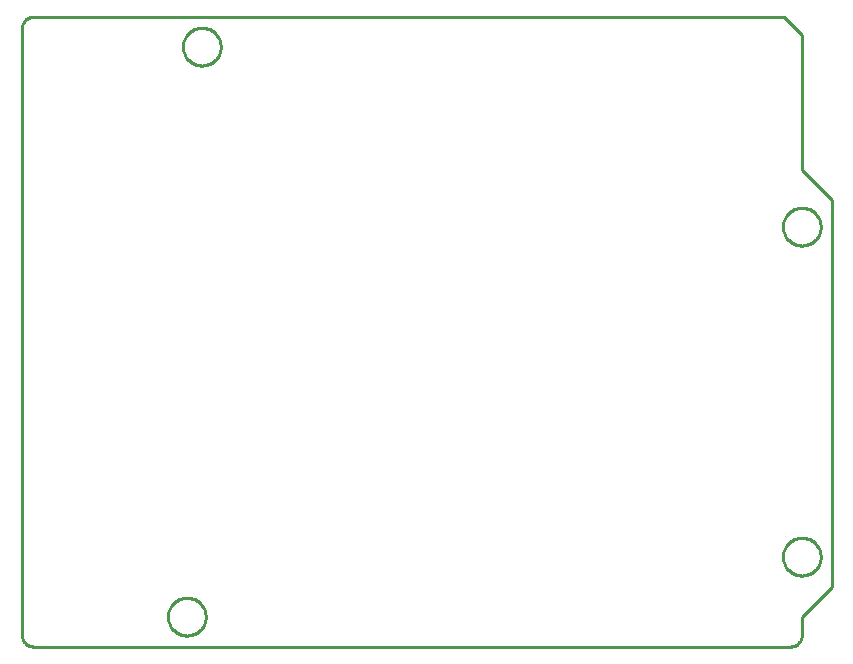
<source format=gbr>
G04 EAGLE Gerber RS-274X export*
G75*
%MOMM*%
%FSLAX34Y34*%
%LPD*%
%IN*%
%IPPOS*%
%AMOC8*
5,1,8,0,0,1.08239X$1,22.5*%
G01*
%ADD10C,0.254000*%


D10*
X0Y10000D02*
X38Y9128D01*
X152Y8264D01*
X341Y7412D01*
X603Y6580D01*
X937Y5774D01*
X1340Y5000D01*
X1808Y4264D01*
X2340Y3572D01*
X2929Y2929D01*
X3572Y2340D01*
X4264Y1808D01*
X5000Y1340D01*
X5774Y937D01*
X6580Y603D01*
X7412Y341D01*
X8264Y152D01*
X9128Y38D01*
X10000Y0D01*
X650400Y0D01*
X651272Y38D01*
X652136Y152D01*
X652988Y341D01*
X653820Y603D01*
X654626Y937D01*
X655400Y1340D01*
X656136Y1808D01*
X656828Y2340D01*
X657471Y2929D01*
X658060Y3572D01*
X658592Y4264D01*
X659060Y5000D01*
X659463Y5774D01*
X659797Y6580D01*
X660059Y7412D01*
X660248Y8264D01*
X660362Y9128D01*
X660400Y10000D01*
X660400Y25400D01*
X685800Y50800D01*
X685800Y378460D01*
X660400Y403860D01*
X660400Y518160D01*
X645160Y533400D01*
X10000Y533400D01*
X9128Y533362D01*
X8264Y533248D01*
X7412Y533059D01*
X6580Y532797D01*
X5774Y532463D01*
X5000Y532060D01*
X4264Y531592D01*
X3572Y531060D01*
X2929Y530471D01*
X2340Y529828D01*
X1808Y529136D01*
X1340Y528400D01*
X937Y527626D01*
X603Y526820D01*
X341Y525988D01*
X152Y525136D01*
X38Y524272D01*
X0Y523400D01*
X0Y10000D01*
X676400Y355076D02*
X676332Y354031D01*
X676195Y352992D01*
X675990Y351965D01*
X675719Y350953D01*
X675383Y349961D01*
X674982Y348993D01*
X674518Y348054D01*
X673995Y347146D01*
X673413Y346275D01*
X672775Y345444D01*
X672084Y344657D01*
X671343Y343916D01*
X670556Y343225D01*
X669725Y342588D01*
X668854Y342006D01*
X667946Y341482D01*
X667007Y341018D01*
X666039Y340617D01*
X665047Y340281D01*
X664035Y340010D01*
X663008Y339805D01*
X661969Y339669D01*
X660924Y339600D01*
X659876Y339600D01*
X658831Y339669D01*
X657792Y339805D01*
X656765Y340010D01*
X655753Y340281D01*
X654761Y340617D01*
X653793Y341018D01*
X652854Y341482D01*
X651946Y342006D01*
X651075Y342588D01*
X650244Y343225D01*
X649457Y343916D01*
X648716Y344657D01*
X648025Y345444D01*
X647388Y346275D01*
X646806Y347146D01*
X646282Y348054D01*
X645818Y348993D01*
X645417Y349961D01*
X645081Y350953D01*
X644810Y351965D01*
X644605Y352992D01*
X644469Y354031D01*
X644400Y355076D01*
X644400Y356124D01*
X644469Y357169D01*
X644605Y358208D01*
X644810Y359235D01*
X645081Y360247D01*
X645417Y361239D01*
X645818Y362207D01*
X646282Y363146D01*
X646806Y364054D01*
X647388Y364925D01*
X648025Y365756D01*
X648716Y366543D01*
X649457Y367284D01*
X650244Y367975D01*
X651075Y368613D01*
X651946Y369195D01*
X652854Y369718D01*
X653793Y370182D01*
X654761Y370583D01*
X655753Y370919D01*
X656765Y371190D01*
X657792Y371395D01*
X658831Y371532D01*
X659876Y371600D01*
X660924Y371600D01*
X661969Y371532D01*
X663008Y371395D01*
X664035Y371190D01*
X665047Y370919D01*
X666039Y370583D01*
X667007Y370182D01*
X667946Y369718D01*
X668854Y369195D01*
X669725Y368613D01*
X670556Y367975D01*
X671343Y367284D01*
X672084Y366543D01*
X672775Y365756D01*
X673413Y364925D01*
X673995Y364054D01*
X674518Y363146D01*
X674982Y362207D01*
X675383Y361239D01*
X675719Y360247D01*
X675990Y359235D01*
X676195Y358208D01*
X676332Y357169D01*
X676400Y356124D01*
X676400Y355076D01*
X676400Y75676D02*
X676332Y74631D01*
X676195Y73592D01*
X675990Y72565D01*
X675719Y71553D01*
X675383Y70561D01*
X674982Y69593D01*
X674518Y68654D01*
X673995Y67746D01*
X673413Y66875D01*
X672775Y66044D01*
X672084Y65257D01*
X671343Y64516D01*
X670556Y63825D01*
X669725Y63188D01*
X668854Y62606D01*
X667946Y62082D01*
X667007Y61618D01*
X666039Y61217D01*
X665047Y60881D01*
X664035Y60610D01*
X663008Y60405D01*
X661969Y60269D01*
X660924Y60200D01*
X659876Y60200D01*
X658831Y60269D01*
X657792Y60405D01*
X656765Y60610D01*
X655753Y60881D01*
X654761Y61217D01*
X653793Y61618D01*
X652854Y62082D01*
X651946Y62606D01*
X651075Y63188D01*
X650244Y63825D01*
X649457Y64516D01*
X648716Y65257D01*
X648025Y66044D01*
X647388Y66875D01*
X646806Y67746D01*
X646282Y68654D01*
X645818Y69593D01*
X645417Y70561D01*
X645081Y71553D01*
X644810Y72565D01*
X644605Y73592D01*
X644469Y74631D01*
X644400Y75676D01*
X644400Y76724D01*
X644469Y77769D01*
X644605Y78808D01*
X644810Y79835D01*
X645081Y80847D01*
X645417Y81839D01*
X645818Y82807D01*
X646282Y83746D01*
X646806Y84654D01*
X647388Y85525D01*
X648025Y86356D01*
X648716Y87143D01*
X649457Y87884D01*
X650244Y88575D01*
X651075Y89213D01*
X651946Y89795D01*
X652854Y90318D01*
X653793Y90782D01*
X654761Y91183D01*
X655753Y91519D01*
X656765Y91790D01*
X657792Y91995D01*
X658831Y92132D01*
X659876Y92200D01*
X660924Y92200D01*
X661969Y92132D01*
X663008Y91995D01*
X664035Y91790D01*
X665047Y91519D01*
X666039Y91183D01*
X667007Y90782D01*
X667946Y90318D01*
X668854Y89795D01*
X669725Y89213D01*
X670556Y88575D01*
X671343Y87884D01*
X672084Y87143D01*
X672775Y86356D01*
X673413Y85525D01*
X673995Y84654D01*
X674518Y83746D01*
X674982Y82807D01*
X675383Y81839D01*
X675719Y80847D01*
X675990Y79835D01*
X676195Y78808D01*
X676332Y77769D01*
X676400Y76724D01*
X676400Y75676D01*
X168400Y507476D02*
X168332Y506431D01*
X168195Y505392D01*
X167990Y504365D01*
X167719Y503353D01*
X167383Y502361D01*
X166982Y501393D01*
X166518Y500454D01*
X165995Y499546D01*
X165413Y498675D01*
X164775Y497844D01*
X164084Y497057D01*
X163343Y496316D01*
X162556Y495625D01*
X161725Y494988D01*
X160854Y494406D01*
X159946Y493882D01*
X159007Y493418D01*
X158039Y493017D01*
X157047Y492681D01*
X156035Y492410D01*
X155008Y492205D01*
X153969Y492069D01*
X152924Y492000D01*
X151876Y492000D01*
X150831Y492069D01*
X149792Y492205D01*
X148765Y492410D01*
X147753Y492681D01*
X146761Y493017D01*
X145793Y493418D01*
X144854Y493882D01*
X143946Y494406D01*
X143075Y494988D01*
X142244Y495625D01*
X141457Y496316D01*
X140716Y497057D01*
X140025Y497844D01*
X139388Y498675D01*
X138806Y499546D01*
X138282Y500454D01*
X137818Y501393D01*
X137417Y502361D01*
X137081Y503353D01*
X136810Y504365D01*
X136605Y505392D01*
X136469Y506431D01*
X136400Y507476D01*
X136400Y508524D01*
X136469Y509569D01*
X136605Y510608D01*
X136810Y511635D01*
X137081Y512647D01*
X137417Y513639D01*
X137818Y514607D01*
X138282Y515546D01*
X138806Y516454D01*
X139388Y517325D01*
X140025Y518156D01*
X140716Y518943D01*
X141457Y519684D01*
X142244Y520375D01*
X143075Y521013D01*
X143946Y521595D01*
X144854Y522118D01*
X145793Y522582D01*
X146761Y522983D01*
X147753Y523319D01*
X148765Y523590D01*
X149792Y523795D01*
X150831Y523932D01*
X151876Y524000D01*
X152924Y524000D01*
X153969Y523932D01*
X155008Y523795D01*
X156035Y523590D01*
X157047Y523319D01*
X158039Y522983D01*
X159007Y522582D01*
X159946Y522118D01*
X160854Y521595D01*
X161725Y521013D01*
X162556Y520375D01*
X163343Y519684D01*
X164084Y518943D01*
X164775Y518156D01*
X165413Y517325D01*
X165995Y516454D01*
X166518Y515546D01*
X166982Y514607D01*
X167383Y513639D01*
X167719Y512647D01*
X167990Y511635D01*
X168195Y510608D01*
X168332Y509569D01*
X168400Y508524D01*
X168400Y507476D01*
X155700Y24876D02*
X155632Y23831D01*
X155495Y22792D01*
X155290Y21765D01*
X155019Y20753D01*
X154683Y19761D01*
X154282Y18793D01*
X153818Y17854D01*
X153295Y16946D01*
X152713Y16075D01*
X152075Y15244D01*
X151384Y14457D01*
X150643Y13716D01*
X149856Y13025D01*
X149025Y12388D01*
X148154Y11806D01*
X147246Y11282D01*
X146307Y10818D01*
X145339Y10417D01*
X144347Y10081D01*
X143335Y9810D01*
X142308Y9605D01*
X141269Y9469D01*
X140224Y9400D01*
X139176Y9400D01*
X138131Y9469D01*
X137092Y9605D01*
X136065Y9810D01*
X135053Y10081D01*
X134061Y10417D01*
X133093Y10818D01*
X132154Y11282D01*
X131246Y11806D01*
X130375Y12388D01*
X129544Y13025D01*
X128757Y13716D01*
X128016Y14457D01*
X127325Y15244D01*
X126688Y16075D01*
X126106Y16946D01*
X125582Y17854D01*
X125118Y18793D01*
X124717Y19761D01*
X124381Y20753D01*
X124110Y21765D01*
X123905Y22792D01*
X123769Y23831D01*
X123700Y24876D01*
X123700Y25924D01*
X123769Y26969D01*
X123905Y28008D01*
X124110Y29035D01*
X124381Y30047D01*
X124717Y31039D01*
X125118Y32007D01*
X125582Y32946D01*
X126106Y33854D01*
X126688Y34725D01*
X127325Y35556D01*
X128016Y36343D01*
X128757Y37084D01*
X129544Y37775D01*
X130375Y38413D01*
X131246Y38995D01*
X132154Y39518D01*
X133093Y39982D01*
X134061Y40383D01*
X135053Y40719D01*
X136065Y40990D01*
X137092Y41195D01*
X138131Y41332D01*
X139176Y41400D01*
X140224Y41400D01*
X141269Y41332D01*
X142308Y41195D01*
X143335Y40990D01*
X144347Y40719D01*
X145339Y40383D01*
X146307Y39982D01*
X147246Y39518D01*
X148154Y38995D01*
X149025Y38413D01*
X149856Y37775D01*
X150643Y37084D01*
X151384Y36343D01*
X152075Y35556D01*
X152713Y34725D01*
X153295Y33854D01*
X153818Y32946D01*
X154282Y32007D01*
X154683Y31039D01*
X155019Y30047D01*
X155290Y29035D01*
X155495Y28008D01*
X155632Y26969D01*
X155700Y25924D01*
X155700Y24876D01*
M02*

</source>
